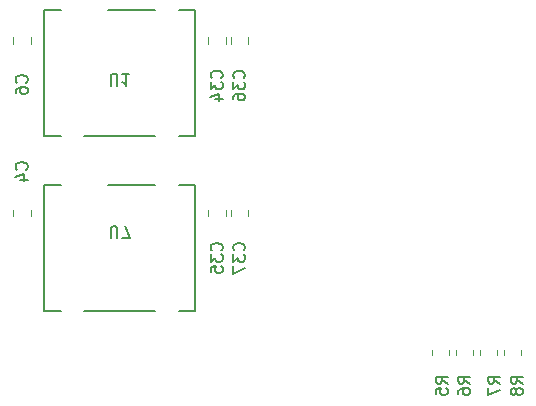
<source format=gbr>
%TF.GenerationSoftware,KiCad,Pcbnew,8.0.8*%
%TF.CreationDate,2025-05-22T14:29:20-05:00*%
%TF.ProjectId,ST2402,53543234-3032-42e6-9b69-6361645f7063,1*%
%TF.SameCoordinates,Original*%
%TF.FileFunction,Legend,Bot*%
%TF.FilePolarity,Positive*%
%FSLAX46Y46*%
G04 Gerber Fmt 4.6, Leading zero omitted, Abs format (unit mm)*
G04 Created by KiCad (PCBNEW 8.0.8) date 2025-05-22 14:29:20*
%MOMM*%
%LPD*%
G01*
G04 APERTURE LIST*
%ADD10C,0.150000*%
%ADD11C,0.120000*%
G04 APERTURE END LIST*
D10*
X161798095Y-103695180D02*
X161798095Y-102885657D01*
X161798095Y-102885657D02*
X161845714Y-102790419D01*
X161845714Y-102790419D02*
X161893333Y-102742800D01*
X161893333Y-102742800D02*
X161988571Y-102695180D01*
X161988571Y-102695180D02*
X162179047Y-102695180D01*
X162179047Y-102695180D02*
X162274285Y-102742800D01*
X162274285Y-102742800D02*
X162321904Y-102790419D01*
X162321904Y-102790419D02*
X162369523Y-102885657D01*
X162369523Y-102885657D02*
X162369523Y-103695180D01*
X162750476Y-103695180D02*
X163417142Y-103695180D01*
X163417142Y-103695180D02*
X162988571Y-102695180D01*
X154664580Y-90548333D02*
X154712200Y-90500714D01*
X154712200Y-90500714D02*
X154759819Y-90357857D01*
X154759819Y-90357857D02*
X154759819Y-90262619D01*
X154759819Y-90262619D02*
X154712200Y-90119762D01*
X154712200Y-90119762D02*
X154616961Y-90024524D01*
X154616961Y-90024524D02*
X154521723Y-89976905D01*
X154521723Y-89976905D02*
X154331247Y-89929286D01*
X154331247Y-89929286D02*
X154188390Y-89929286D01*
X154188390Y-89929286D02*
X153997914Y-89976905D01*
X153997914Y-89976905D02*
X153902676Y-90024524D01*
X153902676Y-90024524D02*
X153807438Y-90119762D01*
X153807438Y-90119762D02*
X153759819Y-90262619D01*
X153759819Y-90262619D02*
X153759819Y-90357857D01*
X153759819Y-90357857D02*
X153807438Y-90500714D01*
X153807438Y-90500714D02*
X153855057Y-90548333D01*
X153759819Y-91405476D02*
X153759819Y-91215000D01*
X153759819Y-91215000D02*
X153807438Y-91119762D01*
X153807438Y-91119762D02*
X153855057Y-91072143D01*
X153855057Y-91072143D02*
X153997914Y-90976905D01*
X153997914Y-90976905D02*
X154188390Y-90929286D01*
X154188390Y-90929286D02*
X154569342Y-90929286D01*
X154569342Y-90929286D02*
X154664580Y-90976905D01*
X154664580Y-90976905D02*
X154712200Y-91024524D01*
X154712200Y-91024524D02*
X154759819Y-91119762D01*
X154759819Y-91119762D02*
X154759819Y-91310238D01*
X154759819Y-91310238D02*
X154712200Y-91405476D01*
X154712200Y-91405476D02*
X154664580Y-91453095D01*
X154664580Y-91453095D02*
X154569342Y-91500714D01*
X154569342Y-91500714D02*
X154331247Y-91500714D01*
X154331247Y-91500714D02*
X154236009Y-91453095D01*
X154236009Y-91453095D02*
X154188390Y-91405476D01*
X154188390Y-91405476D02*
X154140771Y-91310238D01*
X154140771Y-91310238D02*
X154140771Y-91119762D01*
X154140771Y-91119762D02*
X154188390Y-91024524D01*
X154188390Y-91024524D02*
X154236009Y-90976905D01*
X154236009Y-90976905D02*
X154331247Y-90929286D01*
X171174580Y-104767142D02*
X171222200Y-104719523D01*
X171222200Y-104719523D02*
X171269819Y-104576666D01*
X171269819Y-104576666D02*
X171269819Y-104481428D01*
X171269819Y-104481428D02*
X171222200Y-104338571D01*
X171222200Y-104338571D02*
X171126961Y-104243333D01*
X171126961Y-104243333D02*
X171031723Y-104195714D01*
X171031723Y-104195714D02*
X170841247Y-104148095D01*
X170841247Y-104148095D02*
X170698390Y-104148095D01*
X170698390Y-104148095D02*
X170507914Y-104195714D01*
X170507914Y-104195714D02*
X170412676Y-104243333D01*
X170412676Y-104243333D02*
X170317438Y-104338571D01*
X170317438Y-104338571D02*
X170269819Y-104481428D01*
X170269819Y-104481428D02*
X170269819Y-104576666D01*
X170269819Y-104576666D02*
X170317438Y-104719523D01*
X170317438Y-104719523D02*
X170365057Y-104767142D01*
X170269819Y-105100476D02*
X170269819Y-105719523D01*
X170269819Y-105719523D02*
X170650771Y-105386190D01*
X170650771Y-105386190D02*
X170650771Y-105529047D01*
X170650771Y-105529047D02*
X170698390Y-105624285D01*
X170698390Y-105624285D02*
X170746009Y-105671904D01*
X170746009Y-105671904D02*
X170841247Y-105719523D01*
X170841247Y-105719523D02*
X171079342Y-105719523D01*
X171079342Y-105719523D02*
X171174580Y-105671904D01*
X171174580Y-105671904D02*
X171222200Y-105624285D01*
X171222200Y-105624285D02*
X171269819Y-105529047D01*
X171269819Y-105529047D02*
X171269819Y-105243333D01*
X171269819Y-105243333D02*
X171222200Y-105148095D01*
X171222200Y-105148095D02*
X171174580Y-105100476D01*
X170269819Y-106624285D02*
X170269819Y-106148095D01*
X170269819Y-106148095D02*
X170746009Y-106100476D01*
X170746009Y-106100476D02*
X170698390Y-106148095D01*
X170698390Y-106148095D02*
X170650771Y-106243333D01*
X170650771Y-106243333D02*
X170650771Y-106481428D01*
X170650771Y-106481428D02*
X170698390Y-106576666D01*
X170698390Y-106576666D02*
X170746009Y-106624285D01*
X170746009Y-106624285D02*
X170841247Y-106671904D01*
X170841247Y-106671904D02*
X171079342Y-106671904D01*
X171079342Y-106671904D02*
X171174580Y-106624285D01*
X171174580Y-106624285D02*
X171222200Y-106576666D01*
X171222200Y-106576666D02*
X171269819Y-106481428D01*
X171269819Y-106481428D02*
X171269819Y-106243333D01*
X171269819Y-106243333D02*
X171222200Y-106148095D01*
X171222200Y-106148095D02*
X171174580Y-106100476D01*
X171174580Y-90162142D02*
X171222200Y-90114523D01*
X171222200Y-90114523D02*
X171269819Y-89971666D01*
X171269819Y-89971666D02*
X171269819Y-89876428D01*
X171269819Y-89876428D02*
X171222200Y-89733571D01*
X171222200Y-89733571D02*
X171126961Y-89638333D01*
X171126961Y-89638333D02*
X171031723Y-89590714D01*
X171031723Y-89590714D02*
X170841247Y-89543095D01*
X170841247Y-89543095D02*
X170698390Y-89543095D01*
X170698390Y-89543095D02*
X170507914Y-89590714D01*
X170507914Y-89590714D02*
X170412676Y-89638333D01*
X170412676Y-89638333D02*
X170317438Y-89733571D01*
X170317438Y-89733571D02*
X170269819Y-89876428D01*
X170269819Y-89876428D02*
X170269819Y-89971666D01*
X170269819Y-89971666D02*
X170317438Y-90114523D01*
X170317438Y-90114523D02*
X170365057Y-90162142D01*
X170269819Y-90495476D02*
X170269819Y-91114523D01*
X170269819Y-91114523D02*
X170650771Y-90781190D01*
X170650771Y-90781190D02*
X170650771Y-90924047D01*
X170650771Y-90924047D02*
X170698390Y-91019285D01*
X170698390Y-91019285D02*
X170746009Y-91066904D01*
X170746009Y-91066904D02*
X170841247Y-91114523D01*
X170841247Y-91114523D02*
X171079342Y-91114523D01*
X171079342Y-91114523D02*
X171174580Y-91066904D01*
X171174580Y-91066904D02*
X171222200Y-91019285D01*
X171222200Y-91019285D02*
X171269819Y-90924047D01*
X171269819Y-90924047D02*
X171269819Y-90638333D01*
X171269819Y-90638333D02*
X171222200Y-90543095D01*
X171222200Y-90543095D02*
X171174580Y-90495476D01*
X170603152Y-91971666D02*
X171269819Y-91971666D01*
X170222200Y-91733571D02*
X170936485Y-91495476D01*
X170936485Y-91495476D02*
X170936485Y-92114523D01*
X190319819Y-116038333D02*
X189843628Y-115705000D01*
X190319819Y-115466905D02*
X189319819Y-115466905D01*
X189319819Y-115466905D02*
X189319819Y-115847857D01*
X189319819Y-115847857D02*
X189367438Y-115943095D01*
X189367438Y-115943095D02*
X189415057Y-115990714D01*
X189415057Y-115990714D02*
X189510295Y-116038333D01*
X189510295Y-116038333D02*
X189653152Y-116038333D01*
X189653152Y-116038333D02*
X189748390Y-115990714D01*
X189748390Y-115990714D02*
X189796009Y-115943095D01*
X189796009Y-115943095D02*
X189843628Y-115847857D01*
X189843628Y-115847857D02*
X189843628Y-115466905D01*
X189319819Y-116943095D02*
X189319819Y-116466905D01*
X189319819Y-116466905D02*
X189796009Y-116419286D01*
X189796009Y-116419286D02*
X189748390Y-116466905D01*
X189748390Y-116466905D02*
X189700771Y-116562143D01*
X189700771Y-116562143D02*
X189700771Y-116800238D01*
X189700771Y-116800238D02*
X189748390Y-116895476D01*
X189748390Y-116895476D02*
X189796009Y-116943095D01*
X189796009Y-116943095D02*
X189891247Y-116990714D01*
X189891247Y-116990714D02*
X190129342Y-116990714D01*
X190129342Y-116990714D02*
X190224580Y-116943095D01*
X190224580Y-116943095D02*
X190272200Y-116895476D01*
X190272200Y-116895476D02*
X190319819Y-116800238D01*
X190319819Y-116800238D02*
X190319819Y-116562143D01*
X190319819Y-116562143D02*
X190272200Y-116466905D01*
X190272200Y-116466905D02*
X190224580Y-116419286D01*
X192224819Y-116038333D02*
X191748628Y-115705000D01*
X192224819Y-115466905D02*
X191224819Y-115466905D01*
X191224819Y-115466905D02*
X191224819Y-115847857D01*
X191224819Y-115847857D02*
X191272438Y-115943095D01*
X191272438Y-115943095D02*
X191320057Y-115990714D01*
X191320057Y-115990714D02*
X191415295Y-116038333D01*
X191415295Y-116038333D02*
X191558152Y-116038333D01*
X191558152Y-116038333D02*
X191653390Y-115990714D01*
X191653390Y-115990714D02*
X191701009Y-115943095D01*
X191701009Y-115943095D02*
X191748628Y-115847857D01*
X191748628Y-115847857D02*
X191748628Y-115466905D01*
X191224819Y-116895476D02*
X191224819Y-116705000D01*
X191224819Y-116705000D02*
X191272438Y-116609762D01*
X191272438Y-116609762D02*
X191320057Y-116562143D01*
X191320057Y-116562143D02*
X191462914Y-116466905D01*
X191462914Y-116466905D02*
X191653390Y-116419286D01*
X191653390Y-116419286D02*
X192034342Y-116419286D01*
X192034342Y-116419286D02*
X192129580Y-116466905D01*
X192129580Y-116466905D02*
X192177200Y-116514524D01*
X192177200Y-116514524D02*
X192224819Y-116609762D01*
X192224819Y-116609762D02*
X192224819Y-116800238D01*
X192224819Y-116800238D02*
X192177200Y-116895476D01*
X192177200Y-116895476D02*
X192129580Y-116943095D01*
X192129580Y-116943095D02*
X192034342Y-116990714D01*
X192034342Y-116990714D02*
X191796247Y-116990714D01*
X191796247Y-116990714D02*
X191701009Y-116943095D01*
X191701009Y-116943095D02*
X191653390Y-116895476D01*
X191653390Y-116895476D02*
X191605771Y-116800238D01*
X191605771Y-116800238D02*
X191605771Y-116609762D01*
X191605771Y-116609762D02*
X191653390Y-116514524D01*
X191653390Y-116514524D02*
X191701009Y-116466905D01*
X191701009Y-116466905D02*
X191796247Y-116419286D01*
X196669819Y-116038333D02*
X196193628Y-115705000D01*
X196669819Y-115466905D02*
X195669819Y-115466905D01*
X195669819Y-115466905D02*
X195669819Y-115847857D01*
X195669819Y-115847857D02*
X195717438Y-115943095D01*
X195717438Y-115943095D02*
X195765057Y-115990714D01*
X195765057Y-115990714D02*
X195860295Y-116038333D01*
X195860295Y-116038333D02*
X196003152Y-116038333D01*
X196003152Y-116038333D02*
X196098390Y-115990714D01*
X196098390Y-115990714D02*
X196146009Y-115943095D01*
X196146009Y-115943095D02*
X196193628Y-115847857D01*
X196193628Y-115847857D02*
X196193628Y-115466905D01*
X196098390Y-116609762D02*
X196050771Y-116514524D01*
X196050771Y-116514524D02*
X196003152Y-116466905D01*
X196003152Y-116466905D02*
X195907914Y-116419286D01*
X195907914Y-116419286D02*
X195860295Y-116419286D01*
X195860295Y-116419286D02*
X195765057Y-116466905D01*
X195765057Y-116466905D02*
X195717438Y-116514524D01*
X195717438Y-116514524D02*
X195669819Y-116609762D01*
X195669819Y-116609762D02*
X195669819Y-116800238D01*
X195669819Y-116800238D02*
X195717438Y-116895476D01*
X195717438Y-116895476D02*
X195765057Y-116943095D01*
X195765057Y-116943095D02*
X195860295Y-116990714D01*
X195860295Y-116990714D02*
X195907914Y-116990714D01*
X195907914Y-116990714D02*
X196003152Y-116943095D01*
X196003152Y-116943095D02*
X196050771Y-116895476D01*
X196050771Y-116895476D02*
X196098390Y-116800238D01*
X196098390Y-116800238D02*
X196098390Y-116609762D01*
X196098390Y-116609762D02*
X196146009Y-116514524D01*
X196146009Y-116514524D02*
X196193628Y-116466905D01*
X196193628Y-116466905D02*
X196288866Y-116419286D01*
X196288866Y-116419286D02*
X196479342Y-116419286D01*
X196479342Y-116419286D02*
X196574580Y-116466905D01*
X196574580Y-116466905D02*
X196622200Y-116514524D01*
X196622200Y-116514524D02*
X196669819Y-116609762D01*
X196669819Y-116609762D02*
X196669819Y-116800238D01*
X196669819Y-116800238D02*
X196622200Y-116895476D01*
X196622200Y-116895476D02*
X196574580Y-116943095D01*
X196574580Y-116943095D02*
X196479342Y-116990714D01*
X196479342Y-116990714D02*
X196288866Y-116990714D01*
X196288866Y-116990714D02*
X196193628Y-116943095D01*
X196193628Y-116943095D02*
X196146009Y-116895476D01*
X196146009Y-116895476D02*
X196098390Y-116800238D01*
X154664580Y-97914333D02*
X154712200Y-97866714D01*
X154712200Y-97866714D02*
X154759819Y-97723857D01*
X154759819Y-97723857D02*
X154759819Y-97628619D01*
X154759819Y-97628619D02*
X154712200Y-97485762D01*
X154712200Y-97485762D02*
X154616961Y-97390524D01*
X154616961Y-97390524D02*
X154521723Y-97342905D01*
X154521723Y-97342905D02*
X154331247Y-97295286D01*
X154331247Y-97295286D02*
X154188390Y-97295286D01*
X154188390Y-97295286D02*
X153997914Y-97342905D01*
X153997914Y-97342905D02*
X153902676Y-97390524D01*
X153902676Y-97390524D02*
X153807438Y-97485762D01*
X153807438Y-97485762D02*
X153759819Y-97628619D01*
X153759819Y-97628619D02*
X153759819Y-97723857D01*
X153759819Y-97723857D02*
X153807438Y-97866714D01*
X153807438Y-97866714D02*
X153855057Y-97914333D01*
X154093152Y-98771476D02*
X154759819Y-98771476D01*
X153712200Y-98533381D02*
X154426485Y-98295286D01*
X154426485Y-98295286D02*
X154426485Y-98914333D01*
X173079580Y-90162142D02*
X173127200Y-90114523D01*
X173127200Y-90114523D02*
X173174819Y-89971666D01*
X173174819Y-89971666D02*
X173174819Y-89876428D01*
X173174819Y-89876428D02*
X173127200Y-89733571D01*
X173127200Y-89733571D02*
X173031961Y-89638333D01*
X173031961Y-89638333D02*
X172936723Y-89590714D01*
X172936723Y-89590714D02*
X172746247Y-89543095D01*
X172746247Y-89543095D02*
X172603390Y-89543095D01*
X172603390Y-89543095D02*
X172412914Y-89590714D01*
X172412914Y-89590714D02*
X172317676Y-89638333D01*
X172317676Y-89638333D02*
X172222438Y-89733571D01*
X172222438Y-89733571D02*
X172174819Y-89876428D01*
X172174819Y-89876428D02*
X172174819Y-89971666D01*
X172174819Y-89971666D02*
X172222438Y-90114523D01*
X172222438Y-90114523D02*
X172270057Y-90162142D01*
X172174819Y-90495476D02*
X172174819Y-91114523D01*
X172174819Y-91114523D02*
X172555771Y-90781190D01*
X172555771Y-90781190D02*
X172555771Y-90924047D01*
X172555771Y-90924047D02*
X172603390Y-91019285D01*
X172603390Y-91019285D02*
X172651009Y-91066904D01*
X172651009Y-91066904D02*
X172746247Y-91114523D01*
X172746247Y-91114523D02*
X172984342Y-91114523D01*
X172984342Y-91114523D02*
X173079580Y-91066904D01*
X173079580Y-91066904D02*
X173127200Y-91019285D01*
X173127200Y-91019285D02*
X173174819Y-90924047D01*
X173174819Y-90924047D02*
X173174819Y-90638333D01*
X173174819Y-90638333D02*
X173127200Y-90543095D01*
X173127200Y-90543095D02*
X173079580Y-90495476D01*
X172174819Y-91971666D02*
X172174819Y-91781190D01*
X172174819Y-91781190D02*
X172222438Y-91685952D01*
X172222438Y-91685952D02*
X172270057Y-91638333D01*
X172270057Y-91638333D02*
X172412914Y-91543095D01*
X172412914Y-91543095D02*
X172603390Y-91495476D01*
X172603390Y-91495476D02*
X172984342Y-91495476D01*
X172984342Y-91495476D02*
X173079580Y-91543095D01*
X173079580Y-91543095D02*
X173127200Y-91590714D01*
X173127200Y-91590714D02*
X173174819Y-91685952D01*
X173174819Y-91685952D02*
X173174819Y-91876428D01*
X173174819Y-91876428D02*
X173127200Y-91971666D01*
X173127200Y-91971666D02*
X173079580Y-92019285D01*
X173079580Y-92019285D02*
X172984342Y-92066904D01*
X172984342Y-92066904D02*
X172746247Y-92066904D01*
X172746247Y-92066904D02*
X172651009Y-92019285D01*
X172651009Y-92019285D02*
X172603390Y-91971666D01*
X172603390Y-91971666D02*
X172555771Y-91876428D01*
X172555771Y-91876428D02*
X172555771Y-91685952D01*
X172555771Y-91685952D02*
X172603390Y-91590714D01*
X172603390Y-91590714D02*
X172651009Y-91543095D01*
X172651009Y-91543095D02*
X172746247Y-91495476D01*
X161798095Y-90800180D02*
X161798095Y-89990657D01*
X161798095Y-89990657D02*
X161845714Y-89895419D01*
X161845714Y-89895419D02*
X161893333Y-89847800D01*
X161893333Y-89847800D02*
X161988571Y-89800180D01*
X161988571Y-89800180D02*
X162179047Y-89800180D01*
X162179047Y-89800180D02*
X162274285Y-89847800D01*
X162274285Y-89847800D02*
X162321904Y-89895419D01*
X162321904Y-89895419D02*
X162369523Y-89990657D01*
X162369523Y-89990657D02*
X162369523Y-90800180D01*
X163369523Y-89800180D02*
X162798095Y-89800180D01*
X163083809Y-89800180D02*
X163083809Y-90800180D01*
X163083809Y-90800180D02*
X162988571Y-90657323D01*
X162988571Y-90657323D02*
X162893333Y-90562085D01*
X162893333Y-90562085D02*
X162798095Y-90514466D01*
X194764819Y-116038333D02*
X194288628Y-115705000D01*
X194764819Y-115466905D02*
X193764819Y-115466905D01*
X193764819Y-115466905D02*
X193764819Y-115847857D01*
X193764819Y-115847857D02*
X193812438Y-115943095D01*
X193812438Y-115943095D02*
X193860057Y-115990714D01*
X193860057Y-115990714D02*
X193955295Y-116038333D01*
X193955295Y-116038333D02*
X194098152Y-116038333D01*
X194098152Y-116038333D02*
X194193390Y-115990714D01*
X194193390Y-115990714D02*
X194241009Y-115943095D01*
X194241009Y-115943095D02*
X194288628Y-115847857D01*
X194288628Y-115847857D02*
X194288628Y-115466905D01*
X193764819Y-116371667D02*
X193764819Y-117038333D01*
X193764819Y-117038333D02*
X194764819Y-116609762D01*
X173079580Y-104767142D02*
X173127200Y-104719523D01*
X173127200Y-104719523D02*
X173174819Y-104576666D01*
X173174819Y-104576666D02*
X173174819Y-104481428D01*
X173174819Y-104481428D02*
X173127200Y-104338571D01*
X173127200Y-104338571D02*
X173031961Y-104243333D01*
X173031961Y-104243333D02*
X172936723Y-104195714D01*
X172936723Y-104195714D02*
X172746247Y-104148095D01*
X172746247Y-104148095D02*
X172603390Y-104148095D01*
X172603390Y-104148095D02*
X172412914Y-104195714D01*
X172412914Y-104195714D02*
X172317676Y-104243333D01*
X172317676Y-104243333D02*
X172222438Y-104338571D01*
X172222438Y-104338571D02*
X172174819Y-104481428D01*
X172174819Y-104481428D02*
X172174819Y-104576666D01*
X172174819Y-104576666D02*
X172222438Y-104719523D01*
X172222438Y-104719523D02*
X172270057Y-104767142D01*
X172174819Y-105100476D02*
X172174819Y-105719523D01*
X172174819Y-105719523D02*
X172555771Y-105386190D01*
X172555771Y-105386190D02*
X172555771Y-105529047D01*
X172555771Y-105529047D02*
X172603390Y-105624285D01*
X172603390Y-105624285D02*
X172651009Y-105671904D01*
X172651009Y-105671904D02*
X172746247Y-105719523D01*
X172746247Y-105719523D02*
X172984342Y-105719523D01*
X172984342Y-105719523D02*
X173079580Y-105671904D01*
X173079580Y-105671904D02*
X173127200Y-105624285D01*
X173127200Y-105624285D02*
X173174819Y-105529047D01*
X173174819Y-105529047D02*
X173174819Y-105243333D01*
X173174819Y-105243333D02*
X173127200Y-105148095D01*
X173127200Y-105148095D02*
X173079580Y-105100476D01*
X172174819Y-106052857D02*
X172174819Y-106719523D01*
X172174819Y-106719523D02*
X173174819Y-106290952D01*
%TO.C,U7*%
X156185000Y-99205000D02*
X156185000Y-109880000D01*
X157560000Y-99205000D02*
X156185000Y-99205000D01*
X157560000Y-109880000D02*
X156185000Y-109880000D01*
X165560000Y-99205000D02*
X161560000Y-99205000D01*
X165560000Y-109905000D02*
X159560000Y-109905000D01*
X167560000Y-99205000D02*
X168935000Y-99205000D01*
X167560000Y-109880000D02*
X168935000Y-109880000D01*
X168935000Y-99205000D02*
X168935000Y-109880000D01*
D11*
%TO.C,C6*%
X153570000Y-86733748D02*
X153570000Y-87256252D01*
X155040000Y-86733748D02*
X155040000Y-87256252D01*
%TO.C,C35*%
X170080000Y-101338748D02*
X170080000Y-101861252D01*
X171550000Y-101338748D02*
X171550000Y-101861252D01*
%TO.C,C34*%
X170080000Y-86733748D02*
X170080000Y-87256252D01*
X171550000Y-86733748D02*
X171550000Y-87256252D01*
%TO.C,R5*%
X189003000Y-113160436D02*
X189003000Y-113614564D01*
X190473000Y-113160436D02*
X190473000Y-113614564D01*
%TO.C,R6*%
X191035000Y-113160436D02*
X191035000Y-113614564D01*
X192505000Y-113160436D02*
X192505000Y-113614564D01*
%TO.C,R8*%
X195083000Y-113160436D02*
X195083000Y-113614564D01*
X196553000Y-113160436D02*
X196553000Y-113614564D01*
%TO.C,C4*%
X153570000Y-101338748D02*
X153570000Y-101861252D01*
X155040000Y-101338748D02*
X155040000Y-101861252D01*
%TO.C,C36*%
X171985000Y-86733748D02*
X171985000Y-87256252D01*
X173455000Y-86733748D02*
X173455000Y-87256252D01*
D10*
%TO.C,U1*%
X156185000Y-84405000D02*
X156185000Y-95080000D01*
X157560000Y-84405000D02*
X156185000Y-84405000D01*
X157560000Y-95080000D02*
X156185000Y-95080000D01*
X165560000Y-84405000D02*
X161560000Y-84405000D01*
X165560000Y-95105000D02*
X159560000Y-95105000D01*
X167560000Y-84405000D02*
X168935000Y-84405000D01*
X167560000Y-95080000D02*
X168935000Y-95080000D01*
X168935000Y-84405000D02*
X168935000Y-95080000D01*
D11*
%TO.C,R7*%
X193067000Y-113160436D02*
X193067000Y-113614564D01*
X194537000Y-113160436D02*
X194537000Y-113614564D01*
%TO.C,C37*%
X171985000Y-101338748D02*
X171985000Y-101861252D01*
X173455000Y-101338748D02*
X173455000Y-101861252D01*
%TD*%
M02*

</source>
